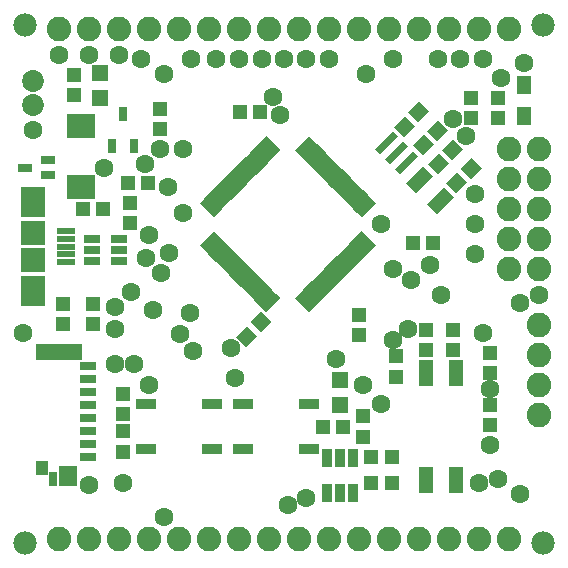
<source format=gbr>
G04 EAGLE Gerber RS-274X export*
G75*
%MOMM*%
%FSLAX34Y34*%
%LPD*%
%INSoldermask Top*%
%IPPOS*%
%AMOC8*
5,1,8,0,0,1.08239X$1,22.5*%
G01*
%ADD10R,1.603200X0.603200*%
%ADD11R,2.103200X2.003200*%
%ADD12R,2.103200X2.503200*%
%ADD13R,1.703200X0.503200*%
%ADD14R,1.303200X1.203200*%
%ADD15R,0.803200X1.203200*%
%ADD16R,1.173200X0.703200*%
%ADD17R,1.203200X1.303200*%
%ADD18C,1.854200*%
%ADD19R,1.203200X2.003200*%
%ADD20R,1.727200X0.965200*%
%ADD21R,0.603200X2.203200*%
%ADD22R,1.403200X1.403200*%
%ADD23R,1.295400X2.209800*%
%ADD24R,1.453200X0.803200*%
%ADD25R,3.993200X1.403200*%
%ADD26R,1.603200X1.653200*%
%ADD27R,1.053200X1.153200*%
%ADD28R,0.903200X1.503200*%
%ADD29C,2.082800*%
%ADD30R,2.403200X2.003200*%
%ADD31R,1.203200X1.603200*%
%ADD32R,1.403200X0.803200*%
%ADD33C,1.600200*%
%ADD34C,1.981200*%


D10*
X53900Y282875D03*
X53900Y276375D03*
X53900Y269875D03*
X53900Y263375D03*
X53900Y256875D03*
D11*
X25400Y281375D03*
X25400Y258375D03*
D12*
X25400Y307375D03*
X25400Y232375D03*
D13*
G36*
X300322Y298472D02*
X312364Y310514D01*
X315922Y306956D01*
X303880Y294914D01*
X300322Y298472D01*
G37*
G36*
X296786Y302007D02*
X308828Y314049D01*
X312386Y310491D01*
X300344Y298449D01*
X296786Y302007D01*
G37*
G36*
X293251Y305543D02*
X305293Y317585D01*
X308851Y314027D01*
X296809Y301985D01*
X293251Y305543D01*
G37*
G36*
X289715Y309078D02*
X301757Y321120D01*
X305315Y317562D01*
X293273Y305520D01*
X289715Y309078D01*
G37*
G36*
X286179Y312614D02*
X298221Y324656D01*
X301779Y321098D01*
X289737Y309056D01*
X286179Y312614D01*
G37*
G36*
X282644Y316149D02*
X294686Y328191D01*
X298244Y324633D01*
X286202Y312591D01*
X282644Y316149D01*
G37*
G36*
X279108Y319685D02*
X291150Y331727D01*
X294708Y328169D01*
X282666Y316127D01*
X279108Y319685D01*
G37*
G36*
X275573Y323220D02*
X287615Y335262D01*
X291173Y331704D01*
X279131Y319662D01*
X275573Y323220D01*
G37*
G36*
X272037Y326756D02*
X284079Y338798D01*
X287637Y335240D01*
X275595Y323198D01*
X272037Y326756D01*
G37*
G36*
X268502Y330291D02*
X280544Y342333D01*
X284102Y338775D01*
X272060Y326733D01*
X268502Y330291D01*
G37*
G36*
X264966Y333827D02*
X277008Y345869D01*
X280566Y342311D01*
X268524Y330269D01*
X264966Y333827D01*
G37*
G36*
X261431Y337362D02*
X273473Y349404D01*
X277031Y345846D01*
X264989Y333804D01*
X261431Y337362D01*
G37*
G36*
X257895Y340898D02*
X269937Y352940D01*
X273495Y349382D01*
X261453Y337340D01*
X257895Y340898D01*
G37*
G36*
X254360Y344434D02*
X266402Y356476D01*
X269960Y352918D01*
X257918Y340876D01*
X254360Y344434D01*
G37*
G36*
X250824Y347969D02*
X262866Y360011D01*
X266424Y356453D01*
X254382Y344411D01*
X250824Y347969D01*
G37*
G36*
X247289Y351505D02*
X259331Y363547D01*
X262889Y359989D01*
X250847Y347947D01*
X247289Y351505D01*
G37*
G36*
X231753Y347947D02*
X219711Y359989D01*
X223269Y363547D01*
X235311Y351505D01*
X231753Y347947D01*
G37*
G36*
X228218Y344411D02*
X216176Y356453D01*
X219734Y360011D01*
X231776Y347969D01*
X228218Y344411D01*
G37*
G36*
X224682Y340876D02*
X212640Y352918D01*
X216198Y356476D01*
X228240Y344434D01*
X224682Y340876D01*
G37*
G36*
X221147Y337340D02*
X209105Y349382D01*
X212663Y352940D01*
X224705Y340898D01*
X221147Y337340D01*
G37*
G36*
X217611Y333804D02*
X205569Y345846D01*
X209127Y349404D01*
X221169Y337362D01*
X217611Y333804D01*
G37*
G36*
X214076Y330269D02*
X202034Y342311D01*
X205592Y345869D01*
X217634Y333827D01*
X214076Y330269D01*
G37*
G36*
X210540Y326733D02*
X198498Y338775D01*
X202056Y342333D01*
X214098Y330291D01*
X210540Y326733D01*
G37*
G36*
X207005Y323198D02*
X194963Y335240D01*
X198521Y338798D01*
X210563Y326756D01*
X207005Y323198D01*
G37*
G36*
X203469Y319662D02*
X191427Y331704D01*
X194985Y335262D01*
X207027Y323220D01*
X203469Y319662D01*
G37*
G36*
X199934Y316127D02*
X187892Y328169D01*
X191450Y331727D01*
X203492Y319685D01*
X199934Y316127D01*
G37*
G36*
X196398Y312591D02*
X184356Y324633D01*
X187914Y328191D01*
X199956Y316149D01*
X196398Y312591D01*
G37*
G36*
X192863Y309056D02*
X180821Y321098D01*
X184379Y324656D01*
X196421Y312614D01*
X192863Y309056D01*
G37*
G36*
X189327Y305520D02*
X177285Y317562D01*
X180843Y321120D01*
X192885Y309078D01*
X189327Y305520D01*
G37*
G36*
X185791Y301985D02*
X173749Y314027D01*
X177307Y317585D01*
X189349Y305543D01*
X185791Y301985D01*
G37*
G36*
X182256Y298449D02*
X170214Y310491D01*
X173772Y314049D01*
X185814Y302007D01*
X182256Y298449D01*
G37*
G36*
X178720Y294914D02*
X166678Y306956D01*
X170236Y310514D01*
X182278Y298472D01*
X178720Y294914D01*
G37*
G36*
X182278Y279378D02*
X170236Y267336D01*
X166678Y270894D01*
X178720Y282936D01*
X182278Y279378D01*
G37*
G36*
X185814Y275843D02*
X173772Y263801D01*
X170214Y267359D01*
X182256Y279401D01*
X185814Y275843D01*
G37*
G36*
X189349Y272307D02*
X177307Y260265D01*
X173749Y263823D01*
X185791Y275865D01*
X189349Y272307D01*
G37*
G36*
X192885Y268772D02*
X180843Y256730D01*
X177285Y260288D01*
X189327Y272330D01*
X192885Y268772D01*
G37*
G36*
X196421Y265236D02*
X184379Y253194D01*
X180821Y256752D01*
X192863Y268794D01*
X196421Y265236D01*
G37*
G36*
X199956Y261701D02*
X187914Y249659D01*
X184356Y253217D01*
X196398Y265259D01*
X199956Y261701D01*
G37*
G36*
X203492Y258165D02*
X191450Y246123D01*
X187892Y249681D01*
X199934Y261723D01*
X203492Y258165D01*
G37*
G36*
X207027Y254630D02*
X194985Y242588D01*
X191427Y246146D01*
X203469Y258188D01*
X207027Y254630D01*
G37*
G36*
X210563Y251094D02*
X198521Y239052D01*
X194963Y242610D01*
X207005Y254652D01*
X210563Y251094D01*
G37*
G36*
X214098Y247559D02*
X202056Y235517D01*
X198498Y239075D01*
X210540Y251117D01*
X214098Y247559D01*
G37*
G36*
X217634Y244023D02*
X205592Y231981D01*
X202034Y235539D01*
X214076Y247581D01*
X217634Y244023D01*
G37*
G36*
X221169Y240488D02*
X209127Y228446D01*
X205569Y232004D01*
X217611Y244046D01*
X221169Y240488D01*
G37*
G36*
X224705Y236952D02*
X212663Y224910D01*
X209105Y228468D01*
X221147Y240510D01*
X224705Y236952D01*
G37*
G36*
X228240Y233416D02*
X216198Y221374D01*
X212640Y224932D01*
X224682Y236974D01*
X228240Y233416D01*
G37*
G36*
X231776Y229881D02*
X219734Y217839D01*
X216176Y221397D01*
X228218Y233439D01*
X231776Y229881D01*
G37*
G36*
X235311Y226345D02*
X223269Y214303D01*
X219711Y217861D01*
X231753Y229903D01*
X235311Y226345D01*
G37*
G36*
X250847Y229903D02*
X262889Y217861D01*
X259331Y214303D01*
X247289Y226345D01*
X250847Y229903D01*
G37*
G36*
X254382Y233439D02*
X266424Y221397D01*
X262866Y217839D01*
X250824Y229881D01*
X254382Y233439D01*
G37*
G36*
X257918Y236974D02*
X269960Y224932D01*
X266402Y221374D01*
X254360Y233416D01*
X257918Y236974D01*
G37*
G36*
X261453Y240510D02*
X273495Y228468D01*
X269937Y224910D01*
X257895Y236952D01*
X261453Y240510D01*
G37*
G36*
X264989Y244046D02*
X277031Y232004D01*
X273473Y228446D01*
X261431Y240488D01*
X264989Y244046D01*
G37*
G36*
X268524Y247581D02*
X280566Y235539D01*
X277008Y231981D01*
X264966Y244023D01*
X268524Y247581D01*
G37*
G36*
X272060Y251117D02*
X284102Y239075D01*
X280544Y235517D01*
X268502Y247559D01*
X272060Y251117D01*
G37*
G36*
X275595Y254652D02*
X287637Y242610D01*
X284079Y239052D01*
X272037Y251094D01*
X275595Y254652D01*
G37*
G36*
X279131Y258188D02*
X291173Y246146D01*
X287615Y242588D01*
X275573Y254630D01*
X279131Y258188D01*
G37*
G36*
X282666Y261723D02*
X294708Y249681D01*
X291150Y246123D01*
X279108Y258165D01*
X282666Y261723D01*
G37*
G36*
X286202Y265259D02*
X298244Y253217D01*
X294686Y249659D01*
X282644Y261701D01*
X286202Y265259D01*
G37*
G36*
X289737Y268794D02*
X301779Y256752D01*
X298221Y253194D01*
X286179Y265236D01*
X289737Y268794D01*
G37*
G36*
X293273Y272330D02*
X305315Y260288D01*
X301757Y256730D01*
X289715Y268772D01*
X293273Y272330D01*
G37*
G36*
X296809Y275865D02*
X308851Y263823D01*
X305293Y260265D01*
X293251Y272307D01*
X296809Y275865D01*
G37*
G36*
X300344Y279401D02*
X312386Y267359D01*
X308828Y263801D01*
X296786Y275843D01*
X300344Y279401D01*
G37*
G36*
X303880Y282936D02*
X315922Y270894D01*
X312364Y267336D01*
X300322Y279378D01*
X303880Y282936D01*
G37*
D14*
X76200Y204225D03*
X76200Y221225D03*
X50800Y204225D03*
X50800Y221225D03*
D15*
X101600Y381800D03*
X111100Y354800D03*
X92100Y354800D03*
D16*
X38375Y330050D03*
X38375Y343050D03*
X18775Y336550D03*
D17*
X67700Y301625D03*
X84700Y301625D03*
D18*
X25400Y410050D03*
X25400Y390050D03*
D19*
G36*
X373617Y319997D02*
X382125Y311489D01*
X367961Y297325D01*
X359453Y305833D01*
X373617Y319997D01*
G37*
G36*
X355939Y337675D02*
X364447Y329167D01*
X350283Y315003D01*
X341775Y323511D01*
X355939Y337675D01*
G37*
D14*
G36*
X393376Y324543D02*
X384162Y315329D01*
X375654Y323837D01*
X384868Y333051D01*
X393376Y324543D01*
G37*
G36*
X405396Y336563D02*
X396182Y327349D01*
X387674Y335857D01*
X396888Y345071D01*
X405396Y336563D01*
G37*
G36*
X377501Y340418D02*
X368287Y331204D01*
X359779Y339712D01*
X368993Y348926D01*
X377501Y340418D01*
G37*
G36*
X389521Y352438D02*
X380307Y343224D01*
X371799Y351732D01*
X381013Y360946D01*
X389521Y352438D01*
G37*
X101600Y113275D03*
X101600Y96275D03*
X333375Y176775D03*
X333375Y159775D03*
D20*
X121285Y136525D03*
X177165Y136525D03*
X121285Y98425D03*
X177165Y98425D03*
X259715Y98425D03*
X203835Y98425D03*
X259715Y136525D03*
X203835Y136525D03*
D17*
X101600Y128025D03*
X101600Y145025D03*
D21*
G36*
X327719Y339328D02*
X323453Y343594D01*
X339031Y359172D01*
X343297Y354906D01*
X327719Y339328D01*
G37*
G36*
X319234Y347813D02*
X314968Y352079D01*
X330546Y367657D01*
X334812Y363391D01*
X319234Y347813D01*
G37*
G36*
X336204Y330843D02*
X331938Y335109D01*
X347516Y350687D01*
X351782Y346421D01*
X336204Y330843D01*
G37*
D14*
G36*
X364801Y356293D02*
X355587Y347079D01*
X347079Y355587D01*
X356293Y364801D01*
X364801Y356293D01*
G37*
G36*
X376821Y368313D02*
X367607Y359099D01*
X359099Y367607D01*
X368313Y376821D01*
X376821Y368313D01*
G37*
G36*
X348926Y372168D02*
X339712Y362954D01*
X331204Y371462D01*
X340418Y380676D01*
X348926Y372168D01*
G37*
G36*
X360946Y384188D02*
X351732Y374974D01*
X343224Y383482D01*
X352438Y392696D01*
X360946Y384188D01*
G37*
X301625Y194700D03*
X301625Y211700D03*
D22*
X285750Y135550D03*
X285750Y156550D03*
D14*
X412750Y118500D03*
X412750Y135500D03*
X412750Y179950D03*
X412750Y162950D03*
D23*
X358775Y72517D03*
X358775Y162433D03*
X384175Y162433D03*
X384175Y72517D03*
D14*
X381000Y199000D03*
X381000Y182000D03*
X358775Y199000D03*
X358775Y182000D03*
D24*
X72475Y91675D03*
X72475Y102675D03*
X72475Y113675D03*
X72475Y124675D03*
X72475Y135675D03*
X72475Y146675D03*
X72475Y157675D03*
X72475Y168675D03*
D25*
X47675Y180175D03*
D26*
X55225Y75425D03*
D15*
X42725Y73175D03*
D27*
X32975Y82425D03*
D28*
X274750Y61450D03*
X285750Y61450D03*
X296750Y61450D03*
X296750Y90950D03*
X285750Y90950D03*
X274750Y90950D03*
D17*
X312175Y69850D03*
X329175Y69850D03*
X312175Y92075D03*
X329175Y92075D03*
D14*
X304800Y108975D03*
X304800Y125975D03*
D29*
X47625Y454025D03*
X73025Y454025D03*
X98425Y454025D03*
X123825Y454025D03*
X149225Y454025D03*
X174625Y454025D03*
X200025Y454025D03*
X225425Y454025D03*
X250825Y454025D03*
X276225Y454025D03*
X301625Y454025D03*
X327025Y454025D03*
X352425Y454025D03*
X377825Y454025D03*
X403225Y454025D03*
X428625Y454025D03*
X47625Y22225D03*
X73025Y22225D03*
X98425Y22225D03*
X123825Y22225D03*
X149225Y22225D03*
X174625Y22225D03*
X200025Y22225D03*
X225425Y22225D03*
X250825Y22225D03*
X276225Y22225D03*
X301625Y22225D03*
X327025Y22225D03*
X352425Y22225D03*
X377825Y22225D03*
X403225Y22225D03*
X428625Y22225D03*
X428625Y352425D03*
X454025Y352425D03*
X428625Y327025D03*
X454025Y327025D03*
X428625Y301625D03*
X454025Y301625D03*
X428625Y276225D03*
X454025Y276225D03*
X428625Y250825D03*
X454025Y250825D03*
D14*
G36*
X209874Y205682D02*
X219088Y214896D01*
X227596Y206388D01*
X218382Y197174D01*
X209874Y205682D01*
G37*
G36*
X197854Y193662D02*
X207068Y202876D01*
X215576Y194368D01*
X206362Y185154D01*
X197854Y193662D01*
G37*
X347100Y273050D03*
X364100Y273050D03*
X201050Y384175D03*
X218050Y384175D03*
D17*
X107950Y289950D03*
X107950Y306950D03*
D14*
X122800Y323850D03*
X105800Y323850D03*
D17*
X60325Y414900D03*
X60325Y397900D03*
D29*
X454025Y127000D03*
X454025Y152400D03*
X454025Y177800D03*
X454025Y203200D03*
D30*
X66675Y371575D03*
X66675Y320575D03*
D17*
X396875Y395850D03*
X396875Y378850D03*
X419100Y395850D03*
X419100Y378850D03*
D31*
X441575Y380700D03*
X441575Y406700D03*
D14*
X133350Y386325D03*
X133350Y369325D03*
D22*
X82550Y395900D03*
X82550Y416900D03*
D14*
X270900Y117475D03*
X287900Y117475D03*
D32*
X98425Y276200D03*
X98425Y266700D03*
X98425Y257200D03*
X75425Y276200D03*
X75425Y266700D03*
X75425Y257200D03*
D33*
X73025Y67691D03*
X361950Y253873D03*
X152400Y298450D03*
X17145Y196850D03*
X392113Y363538D03*
X381000Y377825D03*
X320675Y288925D03*
X47625Y431800D03*
X234950Y381000D03*
X419100Y73025D03*
X73025Y431800D03*
X228600Y396875D03*
X400050Y314325D03*
X438150Y222250D03*
X403225Y69850D03*
X412750Y149225D03*
X406400Y196850D03*
X85725Y336550D03*
X196850Y158750D03*
X257175Y57150D03*
X438150Y60325D03*
X441325Y425450D03*
X111252Y170434D03*
X95377Y219075D03*
X95250Y170434D03*
X95250Y200025D03*
X25400Y368300D03*
X282575Y174742D03*
X330200Y190500D03*
X123825Y152400D03*
X136525Y40894D03*
X454025Y228600D03*
X120777Y339725D03*
X342900Y200317D03*
X241300Y50800D03*
X412750Y101600D03*
X371475Y228600D03*
X101600Y69850D03*
X400050Y288925D03*
X400050Y263525D03*
X193675Y184150D03*
X320675Y136525D03*
X133350Y352552D03*
X304800Y152400D03*
X152400Y352425D03*
X406400Y428625D03*
X387350Y428625D03*
X368300Y428625D03*
X330200Y428625D03*
X136652Y415925D03*
X117475Y428625D03*
X108966Y231727D03*
X126861Y216039D03*
X276225Y428625D03*
X257175Y428625D03*
X238125Y428625D03*
X219341Y428359D03*
X200152Y428625D03*
X180975Y428625D03*
X159131Y428625D03*
X98679Y431800D03*
X158750Y213741D03*
X150466Y196014D03*
X161441Y181459D03*
X346075Y241300D03*
X330200Y250825D03*
X139700Y320675D03*
X123825Y279400D03*
X121666Y260223D03*
X140589Y264009D03*
X134366Y247602D03*
X307975Y415925D03*
X422275Y412750D03*
D34*
X19050Y457200D03*
X19050Y19050D03*
X457200Y19050D03*
X457200Y457200D03*
M02*

</source>
